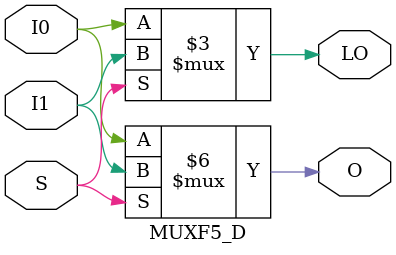
<source format=v>

`timescale  100 ps / 10 ps


module MUXF5_D (LO, O, I0, I1, S);

    output LO, O;
    reg    O, LO;

    input  I0, I1, S;

	always @(I0 or I1 or S) 
	    if (S) begin
		O <= I1;
		LO <= I1;
            end
	    else begin
		O <= I0;
		LO <= I0;
	    end
endmodule


</source>
